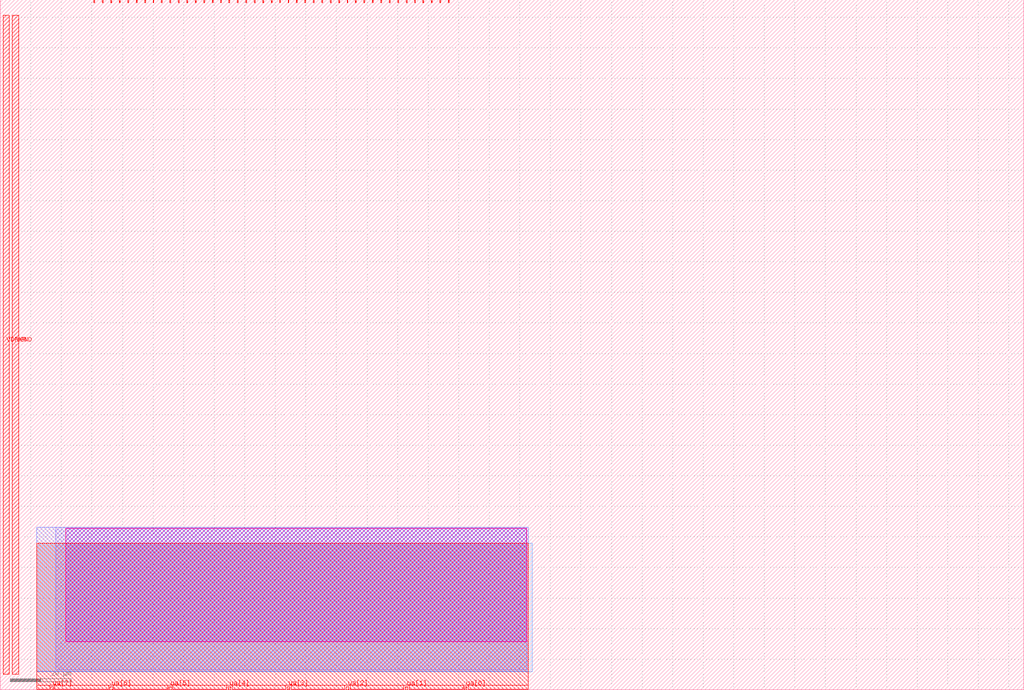
<source format=lef>
VERSION 5.7 ;
  NOWIREEXTENSIONATPIN ON ;
  DIVIDERCHAR "/" ;
  BUSBITCHARS "[]" ;
MACRO tt_um_TinyWhisper
  CLASS BLOCK ;
  FOREIGN tt_um_TinyWhisper ;
  ORIGIN 0.000 0.000 ;
  SIZE 334.880 BY 225.760 ;
  PIN clk
    DIRECTION INPUT ;
    USE SIGNAL ;
    PORT
      LAYER met4 ;
        RECT 143.830 224.760 144.130 225.760 ;
    END
  END clk
  PIN ena
    DIRECTION INPUT ;
    USE SIGNAL ;
    PORT
      LAYER met4 ;
        RECT 146.590 224.760 146.890 225.760 ;
    END
  END ena
  PIN rst_n
    DIRECTION INPUT ;
    USE SIGNAL ;
    PORT
      LAYER met4 ;
        RECT 141.070 224.760 141.370 225.760 ;
    END
  END rst_n
  PIN ua[0]
    DIRECTION INOUT ;
    USE SIGNAL ;
    ANTENNAGATEAREA 72.000000 ;
    ANTENNADIFFAREA 20.879999 ;
    PORT
      LAYER met4 ;
        RECT 151.810 0.000 152.710 1.000 ;
    END
  END ua[0]
  PIN ua[1]
    DIRECTION INOUT ;
    USE SIGNAL ;
    ANTENNAGATEAREA 72.000000 ;
    ANTENNADIFFAREA 20.879999 ;
    PORT
      LAYER met4 ;
        RECT 132.490 0.000 133.390 1.000 ;
    END
  END ua[1]
  PIN ua[2]
    DIRECTION INOUT ;
    USE SIGNAL ;
    PORT
      LAYER met4 ;
        RECT 113.170 0.000 114.070 1.000 ;
    END
  END ua[2]
  PIN ua[3]
    DIRECTION INOUT ;
    USE SIGNAL ;
    PORT
      LAYER met4 ;
        RECT 93.850 0.000 94.750 1.000 ;
    END
  END ua[3]
  PIN ua[4]
    DIRECTION INOUT ;
    USE SIGNAL ;
    ANTENNAGATEAREA 48.000000 ;
    PORT
      LAYER met4 ;
        RECT 74.530 0.000 75.430 1.000 ;
    END
  END ua[4]
  PIN ua[5]
    DIRECTION INOUT ;
    USE SIGNAL ;
    PORT
      LAYER met4 ;
        RECT 55.210 0.000 56.110 1.000 ;
    END
  END ua[5]
  PIN ua[6]
    DIRECTION INOUT ;
    USE SIGNAL ;
    PORT
      LAYER met4 ;
        RECT 35.890 0.000 36.790 1.000 ;
    END
  END ua[6]
  PIN ua[7]
    DIRECTION INOUT ;
    USE SIGNAL ;
    PORT
      LAYER met4 ;
        RECT 16.570 0.000 17.470 1.000 ;
    END
  END ua[7]
  PIN ui_in[0]
    DIRECTION INPUT ;
    USE SIGNAL ;
    PORT
      LAYER met4 ;
        RECT 138.310 224.760 138.610 225.760 ;
    END
  END ui_in[0]
  PIN ui_in[1]
    DIRECTION INPUT ;
    USE SIGNAL ;
    PORT
      LAYER met4 ;
        RECT 135.550 224.760 135.850 225.760 ;
    END
  END ui_in[1]
  PIN ui_in[2]
    DIRECTION INPUT ;
    USE SIGNAL ;
    PORT
      LAYER met4 ;
        RECT 132.790 224.760 133.090 225.760 ;
    END
  END ui_in[2]
  PIN ui_in[3]
    DIRECTION INPUT ;
    USE SIGNAL ;
    PORT
      LAYER met4 ;
        RECT 130.030 224.760 130.330 225.760 ;
    END
  END ui_in[3]
  PIN ui_in[4]
    DIRECTION INPUT ;
    USE SIGNAL ;
    PORT
      LAYER met4 ;
        RECT 127.270 224.760 127.570 225.760 ;
    END
  END ui_in[4]
  PIN ui_in[5]
    DIRECTION INPUT ;
    USE SIGNAL ;
    PORT
      LAYER met4 ;
        RECT 124.510 224.760 124.810 225.760 ;
    END
  END ui_in[5]
  PIN ui_in[6]
    DIRECTION INPUT ;
    USE SIGNAL ;
    PORT
      LAYER met4 ;
        RECT 121.750 224.760 122.050 225.760 ;
    END
  END ui_in[6]
  PIN ui_in[7]
    DIRECTION INPUT ;
    USE SIGNAL ;
    PORT
      LAYER met4 ;
        RECT 118.990 224.760 119.290 225.760 ;
    END
  END ui_in[7]
  PIN uio_in[0]
    DIRECTION INPUT ;
    USE SIGNAL ;
    PORT
      LAYER met4 ;
        RECT 116.230 224.760 116.530 225.760 ;
    END
  END uio_in[0]
  PIN uio_in[1]
    DIRECTION INPUT ;
    USE SIGNAL ;
    PORT
      LAYER met4 ;
        RECT 113.470 224.760 113.770 225.760 ;
    END
  END uio_in[1]
  PIN uio_in[2]
    DIRECTION INPUT ;
    USE SIGNAL ;
    PORT
      LAYER met4 ;
        RECT 110.710 224.760 111.010 225.760 ;
    END
  END uio_in[2]
  PIN uio_in[3]
    DIRECTION INPUT ;
    USE SIGNAL ;
    PORT
      LAYER met4 ;
        RECT 107.950 224.760 108.250 225.760 ;
    END
  END uio_in[3]
  PIN uio_in[4]
    DIRECTION INPUT ;
    USE SIGNAL ;
    PORT
      LAYER met4 ;
        RECT 105.190 224.760 105.490 225.760 ;
    END
  END uio_in[4]
  PIN uio_in[5]
    DIRECTION INPUT ;
    USE SIGNAL ;
    PORT
      LAYER met4 ;
        RECT 102.430 224.760 102.730 225.760 ;
    END
  END uio_in[5]
  PIN uio_in[6]
    DIRECTION INPUT ;
    USE SIGNAL ;
    PORT
      LAYER met4 ;
        RECT 99.670 224.760 99.970 225.760 ;
    END
  END uio_in[6]
  PIN uio_in[7]
    DIRECTION INPUT ;
    USE SIGNAL ;
    PORT
      LAYER met4 ;
        RECT 96.910 224.760 97.210 225.760 ;
    END
  END uio_in[7]
  PIN uio_oe[0]
    DIRECTION OUTPUT ;
    USE SIGNAL ;
    PORT
      LAYER met4 ;
        RECT 49.990 224.760 50.290 225.760 ;
    END
  END uio_oe[0]
  PIN uio_oe[1]
    DIRECTION OUTPUT ;
    USE SIGNAL ;
    PORT
      LAYER met4 ;
        RECT 47.230 224.760 47.530 225.760 ;
    END
  END uio_oe[1]
  PIN uio_oe[2]
    DIRECTION OUTPUT ;
    USE SIGNAL ;
    PORT
      LAYER met4 ;
        RECT 44.470 224.760 44.770 225.760 ;
    END
  END uio_oe[2]
  PIN uio_oe[3]
    DIRECTION OUTPUT ;
    USE SIGNAL ;
    PORT
      LAYER met4 ;
        RECT 41.710 224.760 42.010 225.760 ;
    END
  END uio_oe[3]
  PIN uio_oe[4]
    DIRECTION OUTPUT ;
    USE SIGNAL ;
    PORT
      LAYER met4 ;
        RECT 38.950 224.760 39.250 225.760 ;
    END
  END uio_oe[4]
  PIN uio_oe[5]
    DIRECTION OUTPUT ;
    USE SIGNAL ;
    PORT
      LAYER met4 ;
        RECT 36.190 224.760 36.490 225.760 ;
    END
  END uio_oe[5]
  PIN uio_oe[6]
    DIRECTION OUTPUT ;
    USE SIGNAL ;
    PORT
      LAYER met4 ;
        RECT 33.430 224.760 33.730 225.760 ;
    END
  END uio_oe[6]
  PIN uio_oe[7]
    DIRECTION OUTPUT ;
    USE SIGNAL ;
    PORT
      LAYER met4 ;
        RECT 30.670 224.760 30.970 225.760 ;
    END
  END uio_oe[7]
  PIN uio_out[0]
    DIRECTION OUTPUT ;
    USE SIGNAL ;
    PORT
      LAYER met4 ;
        RECT 72.070 224.760 72.370 225.760 ;
    END
  END uio_out[0]
  PIN uio_out[1]
    DIRECTION OUTPUT ;
    USE SIGNAL ;
    PORT
      LAYER met4 ;
        RECT 69.310 224.760 69.610 225.760 ;
    END
  END uio_out[1]
  PIN uio_out[2]
    DIRECTION OUTPUT ;
    USE SIGNAL ;
    PORT
      LAYER met4 ;
        RECT 66.550 224.760 66.850 225.760 ;
    END
  END uio_out[2]
  PIN uio_out[3]
    DIRECTION OUTPUT ;
    USE SIGNAL ;
    PORT
      LAYER met4 ;
        RECT 63.790 224.760 64.090 225.760 ;
    END
  END uio_out[3]
  PIN uio_out[4]
    DIRECTION OUTPUT ;
    USE SIGNAL ;
    PORT
      LAYER met4 ;
        RECT 61.030 224.760 61.330 225.760 ;
    END
  END uio_out[4]
  PIN uio_out[5]
    DIRECTION OUTPUT ;
    USE SIGNAL ;
    PORT
      LAYER met4 ;
        RECT 58.270 224.760 58.570 225.760 ;
    END
  END uio_out[5]
  PIN uio_out[6]
    DIRECTION OUTPUT ;
    USE SIGNAL ;
    PORT
      LAYER met4 ;
        RECT 55.510 224.760 55.810 225.760 ;
    END
  END uio_out[6]
  PIN uio_out[7]
    DIRECTION OUTPUT ;
    USE SIGNAL ;
    PORT
      LAYER met4 ;
        RECT 52.750 224.760 53.050 225.760 ;
    END
  END uio_out[7]
  PIN uo_out[0]
    DIRECTION OUTPUT ;
    USE SIGNAL ;
    PORT
      LAYER met4 ;
        RECT 94.150 224.760 94.450 225.760 ;
    END
  END uo_out[0]
  PIN uo_out[1]
    DIRECTION OUTPUT ;
    USE SIGNAL ;
    PORT
      LAYER met4 ;
        RECT 91.390 224.760 91.690 225.760 ;
    END
  END uo_out[1]
  PIN uo_out[2]
    DIRECTION OUTPUT ;
    USE SIGNAL ;
    PORT
      LAYER met4 ;
        RECT 88.630 224.760 88.930 225.760 ;
    END
  END uo_out[2]
  PIN uo_out[3]
    DIRECTION OUTPUT ;
    USE SIGNAL ;
    PORT
      LAYER met4 ;
        RECT 85.870 224.760 86.170 225.760 ;
    END
  END uo_out[3]
  PIN uo_out[4]
    DIRECTION OUTPUT ;
    USE SIGNAL ;
    PORT
      LAYER met4 ;
        RECT 83.110 224.760 83.410 225.760 ;
    END
  END uo_out[4]
  PIN uo_out[5]
    DIRECTION OUTPUT ;
    USE SIGNAL ;
    PORT
      LAYER met4 ;
        RECT 80.350 224.760 80.650 225.760 ;
    END
  END uo_out[5]
  PIN uo_out[6]
    DIRECTION OUTPUT ;
    USE SIGNAL ;
    PORT
      LAYER met4 ;
        RECT 77.590 224.760 77.890 225.760 ;
    END
  END uo_out[6]
  PIN uo_out[7]
    DIRECTION OUTPUT ;
    USE SIGNAL ;
    PORT
      LAYER met4 ;
        RECT 74.830 224.760 75.130 225.760 ;
    END
  END uo_out[7]
  PIN VDPWR
    DIRECTION INOUT ;
    USE POWER ;
    PORT
      LAYER met4 ;
        RECT 1.000 5.000 3.000 220.760 ;
    END
  END VDPWR
  PIN VGND
    DIRECTION INOUT ;
    USE GROUND ;
    PORT
      LAYER met4 ;
        RECT 4.000 5.000 6.000 220.760 ;
    END
  END VGND
  OBS
      LAYER nwell ;
        RECT 21.355 15.750 172.195 52.795 ;
      LAYER li1 ;
        RECT 21.505 15.930 172.030 52.615 ;
      LAYER met1 ;
        RECT 18.200 6.580 172.205 53.200 ;
      LAYER met2 ;
        RECT 12.015 5.980 172.805 53.200 ;
      LAYER met3 ;
        RECT 11.990 5.870 174.125 47.900 ;
      LAYER met4 ;
        RECT 11.985 1.400 172.735 47.905 ;
        RECT 11.985 0.125 16.170 1.400 ;
        RECT 17.870 0.125 35.490 1.400 ;
        RECT 37.190 0.125 54.810 1.400 ;
        RECT 56.510 0.125 74.130 1.400 ;
        RECT 75.830 0.125 93.450 1.400 ;
        RECT 95.150 0.125 112.770 1.400 ;
        RECT 114.470 0.125 132.090 1.400 ;
        RECT 133.790 0.125 151.410 1.400 ;
        RECT 153.110 0.125 172.735 1.400 ;
  END
END tt_um_TinyWhisper
END LIBRARY


</source>
